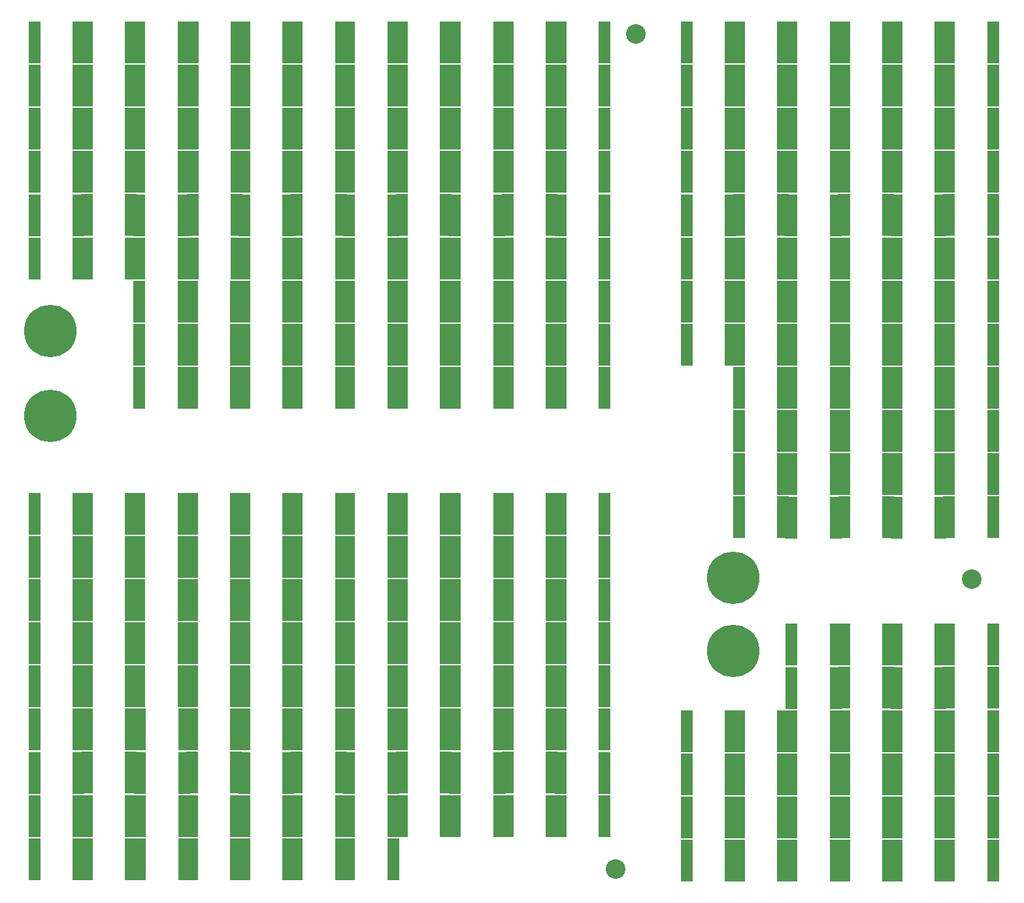
<source format=gbr>
G04 #@! TF.GenerationSoftware,KiCad,Pcbnew,(5.0.0)*
G04 #@! TF.CreationDate,2019-06-04T18:43:43-07:00*
G04 #@! TF.ProjectId,SSB Cap Board - Rev2,5353422043617020426F617264202D20,rev?*
G04 #@! TF.SameCoordinates,Original*
G04 #@! TF.FileFunction,Soldermask,Top*
G04 #@! TF.FilePolarity,Negative*
%FSLAX46Y46*%
G04 Gerber Fmt 4.6, Leading zero omitted, Abs format (unit mm)*
G04 Created by KiCad (PCBNEW (5.0.0)) date 06/04/19 18:43:43*
%MOMM*%
%LPD*%
G01*
G04 APERTURE LIST*
%ADD10C,2.540000*%
%ADD11R,1.650000X5.400000*%
%ADD12C,6.800000*%
%ADD13C,1.200000*%
G04 APERTURE END LIST*
D10*
G04 #@! TO.C,REF\002A\002A*
X59300000Y33800000D03*
G04 #@! TD*
G04 #@! TO.C,REF\002A\002A*
X13200000Y-3800000D03*
G04 #@! TD*
D11*
G04 #@! TO.C,C578*
X62105000Y8505000D03*
X56405000Y8505000D03*
G04 #@! TD*
G04 #@! TO.C,C576*
X62105000Y-2695000D03*
X56405000Y-2695000D03*
G04 #@! TD*
G04 #@! TO.C,C572*
X28095000Y86595000D03*
X22395000Y86595000D03*
G04 #@! TD*
G04 #@! TO.C,C570*
X34905000Y2905000D03*
X29205000Y2905000D03*
G04 #@! TD*
G04 #@! TO.C,C568*
X62105000Y14105000D03*
X56405000Y14105000D03*
G04 #@! TD*
G04 #@! TO.C,C566*
X22395000Y14095000D03*
X28095000Y14095000D03*
G04 #@! TD*
G04 #@! TO.C,C573*
X62105000Y53005000D03*
X56405000Y53005000D03*
G04 #@! TD*
G04 #@! TO.C,C597*
X34905000Y8505000D03*
X29205000Y8505000D03*
G04 #@! TD*
G04 #@! TO.C,C596*
X22395000Y103395000D03*
X28095000Y103395000D03*
G04 #@! TD*
G04 #@! TO.C,C595*
X62105000Y19705000D03*
X56405000Y19705000D03*
G04 #@! TD*
G04 #@! TO.C,C593*
X34905000Y14105000D03*
X29205000Y14105000D03*
G04 #@! TD*
G04 #@! TO.C,C588*
X49595000Y92195000D03*
X55295000Y92195000D03*
G04 #@! TD*
G04 #@! TO.C,C585*
X28095000Y-2705000D03*
X22395000Y-2705000D03*
G04 #@! TD*
G04 #@! TO.C,C584*
X62105000Y25305000D03*
X56405000Y25305000D03*
G04 #@! TD*
G04 #@! TO.C,C591*
X35995000Y25295000D03*
X41695000Y25295000D03*
G04 #@! TD*
G04 #@! TO.C,C590*
X62105000Y64205000D03*
X56405000Y64205000D03*
G04 #@! TD*
G04 #@! TO.C,C592*
X41695000Y14095000D03*
X35995000Y14095000D03*
G04 #@! TD*
G04 #@! TO.C,C599*
X34905000Y97805000D03*
X29205000Y97805000D03*
G04 #@! TD*
G04 #@! TO.C,C292*
X11795000Y3095000D03*
X6095000Y3095000D03*
G04 #@! TD*
G04 #@! TO.C,C504*
X22395000Y97795000D03*
X28095000Y97795000D03*
G04 #@! TD*
G04 #@! TO.C,C494*
X22395000Y80995000D03*
X28095000Y80995000D03*
G04 #@! TD*
G04 #@! TO.C,C456*
X56405000Y58605000D03*
X62105000Y58605000D03*
G04 #@! TD*
G04 #@! TO.C,C462*
X28095000Y8495000D03*
X22395000Y8495000D03*
G04 #@! TD*
G04 #@! TO.C,C517*
X28095000Y2895000D03*
X22395000Y2895000D03*
G04 #@! TD*
G04 #@! TO.C,C477*
X56405000Y2905000D03*
X62105000Y2905000D03*
G04 #@! TD*
G04 #@! TO.C,C471*
X22395000Y92195000D03*
X28095000Y92195000D03*
G04 #@! TD*
G04 #@! TO.C,C479*
X29205000Y-2695000D03*
X34905000Y-2695000D03*
G04 #@! TD*
G04 #@! TO.C,C542*
X42805000Y69805000D03*
X48505000Y69805000D03*
G04 #@! TD*
G04 #@! TO.C,C540*
X22395000Y64195000D03*
X28095000Y64195000D03*
G04 #@! TD*
G04 #@! TO.C,C537*
X49595000Y25295000D03*
X55295000Y25295000D03*
G04 #@! TD*
G04 #@! TO.C,C536*
X22395000Y69795000D03*
X28095000Y69795000D03*
G04 #@! TD*
G04 #@! TO.C,C534*
X56405000Y69805000D03*
X62105000Y69805000D03*
G04 #@! TD*
G04 #@! TO.C,C532*
X55295000Y80995000D03*
X49595000Y80995000D03*
G04 #@! TD*
G04 #@! TO.C,C530*
X42805000Y47405000D03*
X48505000Y47405000D03*
G04 #@! TD*
G04 #@! TO.C,C528*
X41695000Y97795000D03*
X35995000Y97795000D03*
G04 #@! TD*
G04 #@! TO.C,C527*
X35995000Y19695000D03*
X41695000Y19695000D03*
G04 #@! TD*
G04 #@! TO.C,C564*
X55295000Y19695000D03*
X49595000Y19695000D03*
G04 #@! TD*
G04 #@! TO.C,C535*
X48505000Y-2695000D03*
X42805000Y-2695000D03*
G04 #@! TD*
G04 #@! TO.C,C562*
X56405000Y75405000D03*
X62105000Y75405000D03*
G04 #@! TD*
G04 #@! TO.C,C560*
X55295000Y75395000D03*
X49595000Y75395000D03*
G04 #@! TD*
G04 #@! TO.C,C558*
X42805000Y53005000D03*
X48505000Y53005000D03*
G04 #@! TD*
G04 #@! TO.C,C556*
X41695000Y103395000D03*
X35995000Y103395000D03*
G04 #@! TD*
G04 #@! TO.C,C544*
X29205000Y103405000D03*
X34905000Y103405000D03*
G04 #@! TD*
G04 #@! TO.C,C553*
X49595000Y14095000D03*
X55295000Y14095000D03*
G04 #@! TD*
G04 #@! TO.C,C552*
X42805000Y2905000D03*
X48505000Y2905000D03*
G04 #@! TD*
G04 #@! TO.C,C551*
X62105000Y81005000D03*
X56405000Y81005000D03*
G04 #@! TD*
G04 #@! TO.C,C550*
X55295000Y69795000D03*
X49595000Y69795000D03*
G04 #@! TD*
G04 #@! TO.C,C548*
X42805000Y58605000D03*
X48505000Y58605000D03*
G04 #@! TD*
G04 #@! TO.C,C546*
X41695000Y92195000D03*
X35995000Y92195000D03*
G04 #@! TD*
G04 #@! TO.C,C545*
X35995000Y8495000D03*
X41695000Y8495000D03*
G04 #@! TD*
G04 #@! TO.C,C554*
X29205000Y41805000D03*
X34905000Y41805000D03*
G04 #@! TD*
G04 #@! TO.C,C432*
X49595000Y8495000D03*
X55295000Y8495000D03*
G04 #@! TD*
G04 #@! TO.C,C429*
X62105000Y86605000D03*
X56405000Y86605000D03*
G04 #@! TD*
G04 #@! TO.C,C428*
X55295000Y64195000D03*
X49595000Y64195000D03*
G04 #@! TD*
G04 #@! TO.C,C427*
X48505000Y64205000D03*
X42805000Y64205000D03*
G04 #@! TD*
G04 #@! TO.C,C425*
X35995000Y86595000D03*
X41695000Y86595000D03*
G04 #@! TD*
G04 #@! TO.C,C415*
X41695000Y2895000D03*
X35995000Y2895000D03*
G04 #@! TD*
G04 #@! TO.C,C450*
X34905000Y47405000D03*
X29205000Y47405000D03*
G04 #@! TD*
G04 #@! TO.C,C422*
X55295000Y2895000D03*
X49595000Y2895000D03*
G04 #@! TD*
G04 #@! TO.C,C413*
X48505000Y14105000D03*
X42805000Y14105000D03*
G04 #@! TD*
G04 #@! TO.C,C420*
X56405000Y92205000D03*
X62105000Y92205000D03*
G04 #@! TD*
G04 #@! TO.C,C419*
X49595000Y58595000D03*
X55295000Y58595000D03*
G04 #@! TD*
G04 #@! TO.C,C418*
X55295000Y86595000D03*
X49595000Y86595000D03*
G04 #@! TD*
G04 #@! TO.C,C417*
X35995000Y80995000D03*
X41695000Y80995000D03*
G04 #@! TD*
G04 #@! TO.C,C416*
X41695000Y-2705000D03*
X35995000Y-2705000D03*
G04 #@! TD*
G04 #@! TO.C,C424*
X34905000Y53005000D03*
X29205000Y53005000D03*
G04 #@! TD*
G04 #@! TO.C,C423*
X55295000Y-2705000D03*
X49595000Y-2705000D03*
G04 #@! TD*
G04 #@! TO.C,C421*
X48505000Y19705000D03*
X42805000Y19705000D03*
G04 #@! TD*
G04 #@! TO.C,C447*
X56405000Y97805000D03*
X62105000Y97805000D03*
G04 #@! TD*
G04 #@! TO.C,C446*
X49595000Y52995000D03*
X55295000Y52995000D03*
G04 #@! TD*
G04 #@! TO.C,C445*
X42805000Y75405000D03*
X48505000Y75405000D03*
G04 #@! TD*
G04 #@! TO.C,C444*
X35995000Y75395000D03*
X41695000Y75395000D03*
G04 #@! TD*
G04 #@! TO.C,C433*
X29205000Y58605000D03*
X34905000Y58605000D03*
G04 #@! TD*
G04 #@! TO.C,C442*
X28095000Y75395000D03*
X22395000Y75395000D03*
G04 #@! TD*
G04 #@! TO.C,C555*
X56405000Y103405000D03*
X62105000Y103405000D03*
G04 #@! TD*
G04 #@! TO.C,C430*
X49595000Y97795000D03*
X55295000Y97795000D03*
G04 #@! TD*
G04 #@! TO.C,C439*
X55295000Y47395000D03*
X49595000Y47395000D03*
G04 #@! TD*
G04 #@! TO.C,C438*
X48505000Y81005000D03*
X42805000Y81005000D03*
G04 #@! TD*
G04 #@! TO.C,C437*
X41695000Y69795000D03*
X35995000Y69795000D03*
G04 #@! TD*
G04 #@! TO.C,C436*
X34905000Y64205000D03*
X29205000Y64205000D03*
G04 #@! TD*
G04 #@! TO.C,C435*
X42805000Y25305000D03*
X48505000Y25305000D03*
G04 #@! TD*
G04 #@! TO.C,C434*
X49595000Y103395000D03*
X55295000Y103395000D03*
G04 #@! TD*
G04 #@! TO.C,C443*
X42805000Y97805000D03*
X48505000Y97805000D03*
G04 #@! TD*
G04 #@! TO.C,C441*
X48505000Y86605000D03*
X42805000Y86605000D03*
G04 #@! TD*
G04 #@! TO.C,C431*
X41695000Y64195000D03*
X35995000Y64195000D03*
G04 #@! TD*
G04 #@! TO.C,C440*
X34905000Y69805000D03*
X29205000Y69805000D03*
G04 #@! TD*
G04 #@! TO.C,C451*
X56405000Y47405000D03*
X62105000Y47405000D03*
G04 #@! TD*
G04 #@! TO.C,C448*
X48505000Y92205000D03*
X42805000Y92205000D03*
G04 #@! TD*
G04 #@! TO.C,C411*
X56405000Y41805000D03*
X62105000Y41805000D03*
G04 #@! TD*
G04 #@! TO.C,C410*
X35995000Y58595000D03*
X41695000Y58595000D03*
G04 #@! TD*
G04 #@! TO.C,C409*
X29205000Y75405000D03*
X34905000Y75405000D03*
G04 #@! TD*
G04 #@! TO.C,C408*
X48505000Y103405000D03*
X42805000Y103405000D03*
G04 #@! TD*
G04 #@! TO.C,C407*
X55295000Y41795000D03*
X49595000Y41795000D03*
G04 #@! TD*
G04 #@! TO.C,C406*
X35995000Y52995000D03*
X41695000Y52995000D03*
G04 #@! TD*
G04 #@! TO.C,C404*
X29205000Y81005000D03*
X34905000Y81005000D03*
G04 #@! TD*
G04 #@! TO.C,C403*
X48505000Y41805000D03*
X42805000Y41805000D03*
G04 #@! TD*
G04 #@! TO.C,C402*
X41695000Y47395000D03*
X35995000Y47395000D03*
G04 #@! TD*
G04 #@! TO.C,C401*
X34905000Y86605000D03*
X29205000Y86605000D03*
G04 #@! TD*
G04 #@! TO.C,C414*
X41695000Y41795000D03*
X35995000Y41795000D03*
G04 #@! TD*
G04 #@! TO.C,C412*
X34905000Y92205000D03*
X29205000Y92205000D03*
G04 #@! TD*
G04 #@! TO.C,C405*
X42805000Y8505000D03*
X48505000Y8505000D03*
G04 #@! TD*
G04 #@! TO.C,C291*
X6095000Y8695000D03*
X11795000Y8695000D03*
G04 #@! TD*
G04 #@! TO.C,C237*
X11795000Y14295000D03*
X6095000Y14295000D03*
G04 #@! TD*
G04 #@! TO.C,C52*
X-21305000Y25495000D03*
X-15605000Y25495000D03*
G04 #@! TD*
G04 #@! TO.C,C97*
X-41695000Y31105000D03*
X-35995000Y31105000D03*
G04 #@! TD*
G04 #@! TO.C,C21*
X11795000Y31095000D03*
X6095000Y31095000D03*
G04 #@! TD*
G04 #@! TO.C,C120*
X6095000Y19895000D03*
X11795000Y19895000D03*
G04 #@! TD*
G04 #@! TO.C,C394*
X11795000Y25495000D03*
X6095000Y25495000D03*
G04 #@! TD*
G04 #@! TO.C,C343*
X-48505000Y31095000D03*
X-42805000Y31095000D03*
G04 #@! TD*
G04 #@! TO.C,C358*
X-21305000Y19895000D03*
X-15605000Y19895000D03*
G04 #@! TD*
G04 #@! TO.C,C273*
X-49595000Y8705000D03*
X-55295000Y8705000D03*
G04 #@! TD*
G04 #@! TO.C,C264*
X-8795000Y3105000D03*
X-14495000Y3105000D03*
G04 #@! TD*
G04 #@! TO.C,C262*
X-62105000Y25495000D03*
X-56405000Y25495000D03*
G04 #@! TD*
G04 #@! TO.C,C261*
X-49595000Y-2495000D03*
X-55295000Y-2495000D03*
G04 #@! TD*
G04 #@! TO.C,C260*
X-34905000Y8695000D03*
X-29205000Y8695000D03*
G04 #@! TD*
G04 #@! TO.C,C259*
X-48405000Y14295000D03*
X-42705000Y14295000D03*
G04 #@! TD*
G04 #@! TO.C,C258*
X-35995000Y19905000D03*
X-41695000Y19905000D03*
G04 #@! TD*
G04 #@! TO.C,C257*
X-22395000Y-2495000D03*
X-28095000Y-2495000D03*
G04 #@! TD*
G04 #@! TO.C,C314*
X-62105000Y19895000D03*
X-56405000Y19895000D03*
G04 #@! TD*
G04 #@! TO.C,C266*
X-49595000Y3105000D03*
X-55295000Y3105000D03*
G04 #@! TD*
G04 #@! TO.C,C265*
X-34905000Y3095000D03*
X-29205000Y3095000D03*
G04 #@! TD*
G04 #@! TO.C,C311*
X-48405000Y8695000D03*
X-42705000Y8695000D03*
G04 #@! TD*
G04 #@! TO.C,C310*
X-35995000Y25505000D03*
X-41695000Y25505000D03*
G04 #@! TD*
G04 #@! TO.C,C309*
X-22395000Y3105000D03*
X-28095000Y3105000D03*
G04 #@! TD*
G04 #@! TO.C,C308*
X-62105000Y86595000D03*
X-56405000Y86595000D03*
G04 #@! TD*
G04 #@! TO.C,C304*
X-62105000Y14295000D03*
X-56405000Y14295000D03*
G04 #@! TD*
G04 #@! TO.C,C302*
X-34905000Y-2505000D03*
X-29205000Y-2505000D03*
G04 #@! TD*
G04 #@! TO.C,C301*
X-48405000Y3095000D03*
X-42705000Y3095000D03*
G04 #@! TD*
G04 #@! TO.C,C283*
X-35995000Y-2495000D03*
X-41695000Y-2495000D03*
G04 #@! TD*
G04 #@! TO.C,C282*
X-62105000Y80995000D03*
X-56405000Y80995000D03*
G04 #@! TD*
G04 #@! TO.C,C295*
X-62105000Y8695000D03*
X-56405000Y8695000D03*
G04 #@! TD*
G04 #@! TO.C,C294*
X-49595000Y14305000D03*
X-55295000Y14305000D03*
G04 #@! TD*
G04 #@! TO.C,C293*
X-22395000Y8705000D03*
X-28095000Y8705000D03*
G04 #@! TD*
G04 #@! TO.C,C289*
X-62105000Y75395000D03*
X-56405000Y75395000D03*
G04 #@! TD*
G04 #@! TO.C,C287*
X-62105000Y3095000D03*
X-56405000Y3095000D03*
G04 #@! TD*
G04 #@! TO.C,C286*
X-49595000Y19905000D03*
X-55295000Y19905000D03*
G04 #@! TD*
G04 #@! TO.C,C285*
X-22395000Y14305000D03*
X-28095000Y14305000D03*
G04 #@! TD*
G04 #@! TO.C,C299*
X-8795000Y8705000D03*
X-14495000Y8705000D03*
G04 #@! TD*
G04 #@! TO.C,C298*
X4905000Y3105000D03*
X-795000Y3105000D03*
G04 #@! TD*
G04 #@! TO.C,C281*
X-34905000Y36695000D03*
X-29205000Y36695000D03*
G04 #@! TD*
G04 #@! TO.C,C296*
X-62105000Y-2505000D03*
X-56405000Y-2505000D03*
G04 #@! TD*
G04 #@! TO.C,C377*
X-49595000Y25505000D03*
X-55295000Y25505000D03*
G04 #@! TD*
G04 #@! TO.C,C398*
X-8795000Y14305000D03*
X-14495000Y14305000D03*
G04 #@! TD*
G04 #@! TO.C,C397*
X4905000Y8705000D03*
X-795000Y8705000D03*
G04 #@! TD*
G04 #@! TO.C,C396*
X-34905000Y31095000D03*
X-29205000Y31095000D03*
G04 #@! TD*
G04 #@! TO.C,C395*
X-49595000Y31105000D03*
X-55295000Y31105000D03*
G04 #@! TD*
G04 #@! TO.C,C390*
X-21305000Y14295000D03*
X-15605000Y14295000D03*
G04 #@! TD*
G04 #@! TO.C,C389*
X-8795000Y19905000D03*
X-14495000Y19905000D03*
G04 #@! TD*
G04 #@! TO.C,C388*
X4905000Y14305000D03*
X-795000Y14305000D03*
G04 #@! TD*
G04 #@! TO.C,C387*
X-34905000Y25495000D03*
X-29205000Y25495000D03*
G04 #@! TD*
G04 #@! TO.C,C385*
X-21305000Y8695000D03*
X-15605000Y8695000D03*
G04 #@! TD*
G04 #@! TO.C,C384*
X-8795000Y25505000D03*
X-14495000Y25505000D03*
G04 #@! TD*
G04 #@! TO.C,C383*
X4905000Y19905000D03*
X-795000Y19905000D03*
G04 #@! TD*
G04 #@! TO.C,C382*
X-34905000Y19895000D03*
X-29205000Y19895000D03*
G04 #@! TD*
G04 #@! TO.C,C381*
X-21305000Y3095000D03*
X-15605000Y3095000D03*
G04 #@! TD*
G04 #@! TO.C,C380*
X-8795000Y31105000D03*
X-14495000Y31105000D03*
G04 #@! TD*
G04 #@! TO.C,C379*
X4905000Y25505000D03*
X-795000Y25505000D03*
G04 #@! TD*
G04 #@! TO.C,C378*
X-62105000Y42295000D03*
X-56405000Y42295000D03*
G04 #@! TD*
G04 #@! TO.C,C392*
X4905000Y31105000D03*
X-795000Y31105000D03*
G04 #@! TD*
G04 #@! TO.C,C93*
X-34905000Y58595000D03*
X-29205000Y58595000D03*
G04 #@! TD*
G04 #@! TO.C,C92*
X-35895000Y92205000D03*
X-41595000Y92205000D03*
G04 #@! TD*
G04 #@! TO.C,C91*
X-48505000Y42295000D03*
X-42805000Y42295000D03*
G04 #@! TD*
G04 #@! TO.C,C90*
X-49595000Y103405000D03*
X-55295000Y103405000D03*
G04 #@! TD*
G04 #@! TO.C,C89*
X-8795000Y36705000D03*
X-14495000Y36705000D03*
G04 #@! TD*
G04 #@! TO.C,C88*
X-21305000Y92195000D03*
X-15605000Y92195000D03*
G04 #@! TD*
G04 #@! TO.C,C87*
X-8795000Y58605000D03*
X-14495000Y58605000D03*
G04 #@! TD*
G04 #@! TO.C,C86*
X-1905000Y80995000D03*
X-7605000Y80995000D03*
G04 #@! TD*
G04 #@! TO.C,C85*
X4905000Y69805000D03*
X-795000Y69805000D03*
G04 #@! TD*
G04 #@! TO.C,C84*
X6095000Y69795000D03*
X11795000Y69795000D03*
G04 #@! TD*
G04 #@! TO.C,C83*
X-34905000Y64195000D03*
X-29205000Y64195000D03*
G04 #@! TD*
G04 #@! TO.C,C82*
X-35895000Y86605000D03*
X-41595000Y86605000D03*
G04 #@! TD*
G04 #@! TO.C,C81*
X-35895000Y81005000D03*
X-41595000Y81005000D03*
G04 #@! TD*
G04 #@! TO.C,C80*
X6095000Y64195000D03*
X11795000Y64195000D03*
G04 #@! TD*
G04 #@! TO.C,C251*
X-35995000Y3105000D03*
X-41695000Y3105000D03*
G04 #@! TD*
G04 #@! TO.C,C78*
X-34905000Y69795000D03*
X-29205000Y69795000D03*
G04 #@! TD*
G04 #@! TO.C,C77*
X11795000Y75395000D03*
X6095000Y75395000D03*
G04 #@! TD*
G04 #@! TO.C,C76*
X-795000Y64205000D03*
X4905000Y64205000D03*
G04 #@! TD*
G04 #@! TO.C,C75*
X-42805000Y58595000D03*
X-48505000Y58595000D03*
G04 #@! TD*
G04 #@! TO.C,C74*
X-1905000Y86595000D03*
X-7605000Y86595000D03*
G04 #@! TD*
G04 #@! TO.C,C72*
X-15605000Y97795000D03*
X-21305000Y97795000D03*
G04 #@! TD*
G04 #@! TO.C,C71*
X-1905000Y3095000D03*
X-7605000Y3095000D03*
G04 #@! TD*
G04 #@! TO.C,C70*
X-55295000Y97805000D03*
X-49595000Y97805000D03*
G04 #@! TD*
G04 #@! TO.C,C68*
X-22395000Y42305000D03*
X-28095000Y42305000D03*
G04 #@! TD*
G04 #@! TO.C,C252*
X-62105000Y36695000D03*
X-56405000Y36695000D03*
G04 #@! TD*
G04 #@! TO.C,C119*
X-56405000Y103395000D03*
X-62105000Y103395000D03*
G04 #@! TD*
G04 #@! TO.C,C118*
X-22395000Y36705000D03*
X-28095000Y36705000D03*
G04 #@! TD*
G04 #@! TO.C,C108*
X-7605000Y31095000D03*
X-1905000Y31095000D03*
G04 #@! TD*
G04 #@! TO.C,C106*
X-48505000Y103395000D03*
X-42805000Y103395000D03*
G04 #@! TD*
G04 #@! TO.C,C105*
X-62105000Y92195000D03*
X-56405000Y92195000D03*
G04 #@! TD*
G04 #@! TO.C,C96*
X-42805000Y97795000D03*
X-48505000Y97795000D03*
G04 #@! TD*
G04 #@! TO.C,C95*
X-55295000Y42305000D03*
X-49595000Y42305000D03*
G04 #@! TD*
G04 #@! TO.C,C22*
X-22395000Y19905000D03*
X-28095000Y19905000D03*
G04 #@! TD*
G04 #@! TO.C,C16*
X-22395000Y25505000D03*
X-28095000Y25505000D03*
G04 #@! TD*
G04 #@! TO.C,C62*
X-42805000Y92195000D03*
X-48505000Y92195000D03*
G04 #@! TD*
G04 #@! TO.C,C2*
X-35995000Y42305000D03*
X-41695000Y42305000D03*
G04 #@! TD*
G04 #@! TO.C,C3*
X11795000Y103395000D03*
X6095000Y103395000D03*
G04 #@! TD*
G04 #@! TO.C,C4*
X-34905000Y103395000D03*
X-29205000Y103395000D03*
G04 #@! TD*
G04 #@! TO.C,C10*
X-21305000Y-2505000D03*
X-15605000Y-2505000D03*
G04 #@! TD*
G04 #@! TO.C,C11*
X-22395000Y31105000D03*
X-28095000Y31105000D03*
G04 #@! TD*
G04 #@! TO.C,C12*
X-42805000Y86595000D03*
X-48505000Y86595000D03*
G04 #@! TD*
G04 #@! TO.C,C14*
X-29205000Y97795000D03*
X-34905000Y97795000D03*
G04 #@! TD*
G04 #@! TO.C,C15*
X-55295000Y75405000D03*
X-49595000Y75405000D03*
G04 #@! TD*
G04 #@! TO.C,C31*
X-42805000Y80995000D03*
X-48505000Y80995000D03*
G04 #@! TD*
G04 #@! TO.C,C61*
X-41695000Y58605000D03*
X-35995000Y58605000D03*
G04 #@! TD*
G04 #@! TO.C,C60*
X-29205000Y92195000D03*
X-34905000Y92195000D03*
G04 #@! TD*
G04 #@! TO.C,C59*
X11795000Y97795000D03*
X6095000Y97795000D03*
G04 #@! TD*
G04 #@! TO.C,C53*
X-1905000Y25495000D03*
X-7605000Y25495000D03*
G04 #@! TD*
G04 #@! TO.C,C51*
X-42805000Y75395000D03*
X-48505000Y75395000D03*
G04 #@! TD*
G04 #@! TO.C,C50*
X-35995000Y64205000D03*
X-41695000Y64205000D03*
G04 #@! TD*
G04 #@! TO.C,C49*
X-34905000Y86595000D03*
X-29205000Y86595000D03*
G04 #@! TD*
G04 #@! TO.C,C63*
X11795000Y92195000D03*
X6095000Y92195000D03*
G04 #@! TD*
G04 #@! TO.C,C45*
X-1905000Y103395000D03*
X-7605000Y103395000D03*
G04 #@! TD*
G04 #@! TO.C,C44*
X4905000Y42305000D03*
X-795000Y42305000D03*
G04 #@! TD*
G04 #@! TO.C,C43*
X-35995000Y36705000D03*
X-41695000Y36705000D03*
G04 #@! TD*
G04 #@! TO.C,C41*
X-14495000Y42305000D03*
X-8795000Y42305000D03*
G04 #@! TD*
G04 #@! TO.C,C40*
X-21305000Y103395000D03*
X-15605000Y103395000D03*
G04 #@! TD*
G04 #@! TO.C,C39*
X-7605000Y8695000D03*
X-1905000Y8695000D03*
G04 #@! TD*
G04 #@! TO.C,C38*
X-8795000Y69805000D03*
X-14495000Y69805000D03*
G04 #@! TD*
G04 #@! TO.C,C37*
X-7605000Y58595000D03*
X-1905000Y58595000D03*
G04 #@! TD*
G04 #@! TO.C,C36*
X-14495000Y81005000D03*
X-8795000Y81005000D03*
G04 #@! TD*
G04 #@! TO.C,C35*
X-21305000Y69795000D03*
X-15605000Y69795000D03*
G04 #@! TD*
G04 #@! TO.C,C34*
X-28095000Y69805000D03*
X-22395000Y69805000D03*
G04 #@! TD*
G04 #@! TO.C,C94*
X6095000Y42295000D03*
X11795000Y42295000D03*
G04 #@! TD*
G04 #@! TO.C,C32*
X-795000Y97805000D03*
X4905000Y97805000D03*
G04 #@! TD*
G04 #@! TO.C,C46*
X-22395000Y86605000D03*
X-28095000Y86605000D03*
G04 #@! TD*
G04 #@! TO.C,C215*
X-48405000Y-2505000D03*
X-42705000Y-2505000D03*
G04 #@! TD*
G04 #@! TO.C,C213*
X-35995000Y14305000D03*
X-41695000Y14305000D03*
G04 #@! TD*
G04 #@! TO.C,C212*
X-48505000Y19895000D03*
X-42805000Y19895000D03*
G04 #@! TD*
G04 #@! TO.C,C211*
X-34905000Y14295000D03*
X-29205000Y14295000D03*
G04 #@! TD*
G04 #@! TO.C,C209*
X-62105000Y31095000D03*
X-56405000Y31095000D03*
G04 #@! TD*
G04 #@! TO.C,C125*
X-15605000Y64195000D03*
X-21305000Y64195000D03*
G04 #@! TD*
G04 #@! TO.C,C203*
X-35995000Y8705000D03*
X-41695000Y8705000D03*
G04 #@! TD*
G04 #@! TO.C,C201*
X-48505000Y25495000D03*
X-42805000Y25495000D03*
G04 #@! TD*
G04 #@! TO.C,C200*
X-22395000Y75405000D03*
X-28095000Y75405000D03*
G04 #@! TD*
G04 #@! TO.C,C199*
X4905000Y103405000D03*
X-795000Y103405000D03*
G04 #@! TD*
G04 #@! TO.C,C198*
X-22395000Y103405000D03*
X-28095000Y103405000D03*
G04 #@! TD*
G04 #@! TO.C,C197*
X-8795000Y92205000D03*
X-14495000Y92205000D03*
G04 #@! TD*
G04 #@! TO.C,C196*
X-21305000Y58595000D03*
X-15605000Y58595000D03*
G04 #@! TD*
G04 #@! TO.C,C195*
X-22395000Y81005000D03*
X-28095000Y81005000D03*
G04 #@! TD*
G04 #@! TO.C,C194*
X-7605000Y42295000D03*
X-1905000Y42295000D03*
G04 #@! TD*
G04 #@! TO.C,C193*
X-8795000Y97805000D03*
X-14495000Y97805000D03*
G04 #@! TD*
G04 #@! TO.C,C191*
X-8795000Y86605000D03*
X-14495000Y86605000D03*
G04 #@! TD*
G04 #@! TO.C,C190*
X-7605000Y19895000D03*
X-1905000Y19895000D03*
G04 #@! TD*
G04 #@! TO.C,C126*
X-55295000Y81005000D03*
X-49595000Y81005000D03*
G04 #@! TD*
G04 #@! TO.C,C48*
X-42805000Y69795000D03*
X-48505000Y69795000D03*
G04 #@! TD*
G04 #@! TO.C,C155*
X-34905000Y80995000D03*
X-29205000Y80995000D03*
G04 #@! TD*
G04 #@! TO.C,C154*
X6095000Y86595000D03*
X11795000Y86595000D03*
G04 #@! TD*
G04 #@! TO.C,C152*
X-7605000Y97795000D03*
X-1905000Y97795000D03*
G04 #@! TD*
G04 #@! TO.C,C149*
X-49595000Y92205000D03*
X-55295000Y92205000D03*
G04 #@! TD*
G04 #@! TO.C,C148*
X-7605000Y14295000D03*
X-1905000Y14295000D03*
G04 #@! TD*
G04 #@! TO.C,C147*
X-49595000Y86605000D03*
X-55295000Y86605000D03*
G04 #@! TD*
G04 #@! TO.C,C146*
X-48505000Y64195000D03*
X-42805000Y64195000D03*
G04 #@! TD*
G04 #@! TO.C,C145*
X-35895000Y75405000D03*
X-41595000Y75405000D03*
G04 #@! TD*
G04 #@! TO.C,C144*
X-34905000Y75395000D03*
X-29205000Y75395000D03*
G04 #@! TD*
G04 #@! TO.C,C143*
X6095000Y80995000D03*
X11795000Y80995000D03*
G04 #@! TD*
G04 #@! TO.C,C142*
X4905000Y58605000D03*
X-795000Y58605000D03*
G04 #@! TD*
G04 #@! TO.C,C188*
X-7605000Y92195000D03*
X-1905000Y92195000D03*
G04 #@! TD*
G04 #@! TO.C,C140*
X4905000Y36705000D03*
X-795000Y36705000D03*
G04 #@! TD*
G04 #@! TO.C,C137*
X-795000Y86605000D03*
X4905000Y86605000D03*
G04 #@! TD*
G04 #@! TO.C,C136*
X-1905000Y64195000D03*
X-7605000Y64195000D03*
G04 #@! TD*
G04 #@! TO.C,C135*
X-14495000Y75405000D03*
X-8795000Y75405000D03*
G04 #@! TD*
G04 #@! TO.C,C134*
X-15605000Y75395000D03*
X-21305000Y75395000D03*
G04 #@! TD*
G04 #@! TO.C,C133*
X-28095000Y64205000D03*
X-22395000Y64205000D03*
G04 #@! TD*
G04 #@! TO.C,C132*
X-29205000Y42295000D03*
X-34905000Y42295000D03*
G04 #@! TD*
G04 #@! TO.C,C131*
X-21305000Y31095000D03*
X-15605000Y31095000D03*
G04 #@! TD*
G04 #@! TO.C,C189*
X-62105000Y97795000D03*
X-56405000Y97795000D03*
G04 #@! TD*
G04 #@! TO.C,C180*
X-49595000Y36705000D03*
X-55295000Y36705000D03*
G04 #@! TD*
G04 #@! TO.C,C179*
X-8795000Y103405000D03*
X-14495000Y103405000D03*
G04 #@! TD*
G04 #@! TO.C,C178*
X-7605000Y36695000D03*
X-1905000Y36695000D03*
G04 #@! TD*
G04 #@! TO.C,C177*
X-22395000Y92205000D03*
X-28095000Y92205000D03*
G04 #@! TD*
G04 #@! TO.C,C176*
X-21305000Y42295000D03*
X-15605000Y42295000D03*
G04 #@! TD*
G04 #@! TO.C,C175*
X-22395000Y97805000D03*
X-28095000Y97805000D03*
G04 #@! TD*
G04 #@! TO.C,C157*
X6095000Y36695000D03*
X11795000Y36695000D03*
G04 #@! TD*
G04 #@! TO.C,C156*
X4905000Y75405000D03*
X-795000Y75405000D03*
G04 #@! TD*
G04 #@! TO.C,C171*
X-7605000Y75395000D03*
X-1905000Y75395000D03*
G04 #@! TD*
G04 #@! TO.C,C170*
X-8795000Y64205000D03*
X-14495000Y64205000D03*
G04 #@! TD*
G04 #@! TO.C,C169*
X-21305000Y86595000D03*
X-15605000Y86595000D03*
G04 #@! TD*
G04 #@! TO.C,C168*
X-21305000Y36695000D03*
X-15605000Y36695000D03*
G04 #@! TD*
G04 #@! TO.C,C167*
X-48505000Y36695000D03*
X-42805000Y36695000D03*
G04 #@! TD*
G04 #@! TO.C,C166*
X-35895000Y97805000D03*
X-41595000Y97805000D03*
G04 #@! TD*
G04 #@! TO.C,C164*
X6095000Y58595000D03*
X11795000Y58595000D03*
G04 #@! TD*
G04 #@! TO.C,C163*
X-795000Y81005000D03*
X4905000Y81005000D03*
G04 #@! TD*
G04 #@! TO.C,C162*
X-7605000Y69795000D03*
X-1905000Y69795000D03*
G04 #@! TD*
G04 #@! TO.C,C161*
X4905000Y92205000D03*
X-795000Y92205000D03*
G04 #@! TD*
G04 #@! TO.C,C160*
X-21305000Y80995000D03*
X-15605000Y80995000D03*
G04 #@! TD*
G04 #@! TO.C,C174*
X-22395000Y58605000D03*
X-28095000Y58605000D03*
G04 #@! TD*
G04 #@! TO.C,C172*
X-35895000Y103405000D03*
X-41595000Y103405000D03*
G04 #@! TD*
G04 #@! TO.C,C158*
X-35995000Y69805000D03*
X-41695000Y69805000D03*
G04 #@! TD*
D12*
G04 #@! TO.C,TP3*
X28400000Y34000000D03*
D13*
X30800000Y34000000D03*
X30097056Y32302944D03*
X28400000Y31600000D03*
X26702944Y32302944D03*
X26000000Y34000000D03*
X26702944Y35697056D03*
X28400000Y36400000D03*
X30097056Y35697056D03*
G04 #@! TD*
D12*
G04 #@! TO.C,TP4*
X28400000Y24500000D03*
D13*
X30800000Y24500000D03*
X30097056Y22802944D03*
X28400000Y22100000D03*
X26702944Y22802944D03*
X26000000Y24500000D03*
X26702944Y26197056D03*
X28400000Y26900000D03*
X30097056Y26197056D03*
G04 #@! TD*
D12*
G04 #@! TO.C,TP1*
X-60000000Y55000000D03*
D13*
X-57600000Y55000000D03*
X-58302944Y53302944D03*
X-60000000Y52600000D03*
X-61697056Y53302944D03*
X-62400000Y55000000D03*
X-61697056Y56697056D03*
X-60000000Y57400000D03*
X-58302944Y56697056D03*
G04 #@! TD*
D12*
G04 #@! TO.C,TP2*
X-60000000Y66000000D03*
D13*
X-57600000Y66000000D03*
X-58302944Y64302944D03*
X-60000000Y63600000D03*
X-61697056Y64302944D03*
X-62400000Y66000000D03*
X-61697056Y67697056D03*
X-60000000Y68400000D03*
X-58302944Y67697056D03*
G04 #@! TD*
D10*
G04 #@! TO.C,REF\002A\002A*
X15800000Y104500000D03*
G04 #@! TD*
M02*

</source>
